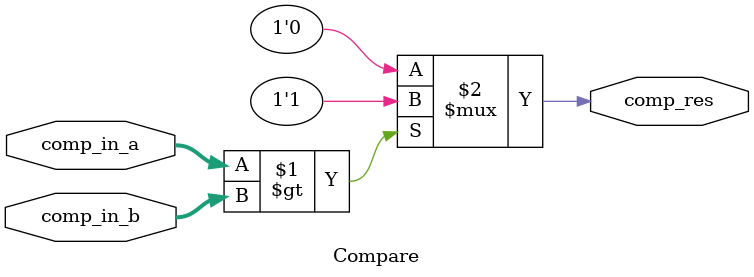
<source format=v>
module Compare #(
    parameter DATA_WIDTH = 32
)(
    comp_in_a,
    comp_in_b,
    comp_res
);

input  signed [DATA_WIDTH-1:0] comp_in_a;
input  signed [DATA_WIDTH-1:0] comp_in_b;
output comp_res;

assign comp_res = ($signed(comp_in_a) > $signed(comp_in_b)) ? 1'b1 : 1'b0;

endmodule

</source>
